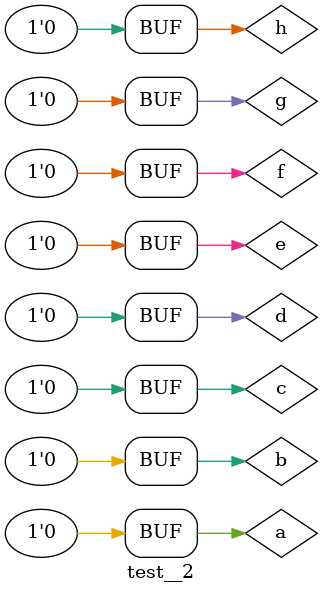
<source format=v>
module test__2;

reg a,b,c,d,e,f,g,h;
wire y,w,x,l;

test_2 obj(a,b,c,d,e,f,g,h,y,w,x,l);

initial 
 begin 
 

 #10 a=1;b=x;c=x;d=x;e=x;f=x;g=x;h=x;
 #10 a=0;b=1;c=x;d=x;e=x;f=x;g=x;h=x;
 #10 a=0;b=0;c=1;d=x;e=x;f=x;g=x;h=x;
 #10 a=0;b=0;c=0;d=1;e=x;f=x;g=x;h=x;
 #10 a=0;b=0;c=0;d=0;e=1;f=x;g=x;h=x;
 #10 a=0;b=0;c=0;d=0;e=0;f=1;g=x;h=x;
 #10 a=0;b=0;c=0;d=0;e=0;f=0;g=1;h=x;
 #10 a=0;b=0;c=0;d=0;e=0;f=0;g=0;h=1;
 #10 a=0;b=0;c=0;d=0;e=0;f=0;g=0;h=0;
  
  end

endmodule

</source>
